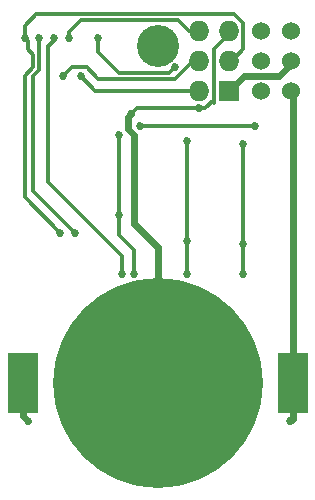
<source format=gbl>
G04 #@! TF.FileFunction,Copper,L2,Bot,Signal*
%FSLAX46Y46*%
G04 Gerber Fmt 4.6, Leading zero omitted, Abs format (unit mm)*
G04 Created by KiCad (PCBNEW (2015-08-15 BZR 6092)-product) date 3/6/2016 8:03:16 PM*
%MOMM*%
G01*
G04 APERTURE LIST*
%ADD10C,0.100000*%
%ADD11O,1.727200X1.727200*%
%ADD12R,1.727200X1.727200*%
%ADD13C,3.556000*%
%ADD14C,17.780000*%
%ADD15R,2.540000X5.080000*%
%ADD16C,1.524000*%
%ADD17C,0.685800*%
%ADD18C,0.304800*%
%ADD19C,0.609600*%
G04 APERTURE END LIST*
D10*
D11*
X187500000Y-88500000D03*
D12*
X190040000Y-88500000D03*
D11*
X187500000Y-85960000D03*
X190040000Y-85960000D03*
X187500000Y-83420000D03*
X190040000Y-83420000D03*
D13*
X184000000Y-84750000D03*
D14*
X184000000Y-113250000D03*
D15*
X195430000Y-113250000D03*
X172570000Y-113250000D03*
D16*
X195270000Y-88540000D03*
X195270000Y-86000000D03*
X195270000Y-83460000D03*
X192730000Y-83460000D03*
X192730000Y-86000000D03*
X192730000Y-88540000D03*
D17*
X187500000Y-90000000D03*
X181750000Y-90500000D03*
X177000000Y-100500000D03*
X174000000Y-84000000D03*
X195250000Y-116500000D03*
X173000000Y-116500000D03*
X181000000Y-104000000D03*
X175250000Y-84000000D03*
X182500000Y-91500000D03*
X192250000Y-91500000D03*
X185500000Y-86500000D03*
X179000000Y-84000000D03*
X177500000Y-87250000D03*
X176000000Y-87250000D03*
X175750000Y-100500000D03*
X172750000Y-84000000D03*
X176500000Y-84000000D03*
X180750000Y-99000000D03*
X180750000Y-92250000D03*
X182000000Y-104000000D03*
X186500000Y-92750000D03*
X186500000Y-101250000D03*
X186500000Y-104000000D03*
X191250000Y-104000000D03*
X191250000Y-93000000D03*
X191250000Y-101500000D03*
D18*
X188750000Y-89250000D02*
X188000000Y-90000000D01*
X182250000Y-90000000D02*
X181750000Y-90500000D01*
X188000000Y-90000000D02*
X187500000Y-90000000D01*
X187500000Y-90000000D02*
X182250000Y-90000000D01*
X190040000Y-83420000D02*
X190040000Y-83710000D01*
X190040000Y-83710000D02*
X188750000Y-85000000D01*
X182000000Y-90250000D02*
X181750000Y-90500000D01*
X188750000Y-85000000D02*
X188750000Y-89250000D01*
X188750000Y-89250000D02*
X188750000Y-89500000D01*
D19*
X184000000Y-101750000D02*
X184000000Y-113250000D01*
X182000000Y-99750000D02*
X184000000Y-101750000D01*
X182000000Y-92250000D02*
X182000000Y-99750000D01*
X181500000Y-91750000D02*
X182000000Y-92250000D01*
X181500000Y-90750000D02*
X181500000Y-91750000D01*
X181750000Y-90500000D02*
X181500000Y-90750000D01*
X184000000Y-114000000D02*
X184000000Y-113250000D01*
X195270000Y-86000000D02*
X195270000Y-86230000D01*
X195270000Y-86230000D02*
X194250000Y-87250000D01*
X194250000Y-87250000D02*
X191290000Y-87250000D01*
X191290000Y-87250000D02*
X190040000Y-88500000D01*
D18*
X173500000Y-87250000D02*
X174000000Y-86750000D01*
X173500000Y-97000000D02*
X173500000Y-87250000D01*
X177000000Y-100500000D02*
X173500000Y-97000000D01*
X174000000Y-84250000D02*
X174000000Y-84000000D01*
X174000000Y-86750000D02*
X174000000Y-84250000D01*
D19*
X172570000Y-113250000D02*
X172570000Y-116070000D01*
X195430000Y-116320000D02*
X195430000Y-113250000D01*
X195250000Y-116500000D02*
X195430000Y-116320000D01*
X172570000Y-116070000D02*
X173000000Y-116500000D01*
X195430000Y-113250000D02*
X195430000Y-88700000D01*
X195430000Y-88700000D02*
X195270000Y-88540000D01*
D18*
X174750000Y-87500000D02*
X174750000Y-84750000D01*
X181000000Y-102500000D02*
X174750000Y-96250000D01*
X174750000Y-96250000D02*
X174750000Y-87500000D01*
X181000000Y-104000000D02*
X181000000Y-102500000D01*
X175250000Y-84250000D02*
X175250000Y-84000000D01*
X174750000Y-84750000D02*
X175250000Y-84250000D01*
X184750000Y-91500000D02*
X182500000Y-91500000D01*
X192250000Y-91500000D02*
X184750000Y-91500000D01*
X184750000Y-91500000D02*
X184250000Y-91500000D01*
X185500000Y-86500000D02*
X185000000Y-87000000D01*
X185000000Y-87000000D02*
X180750000Y-87000000D01*
X180750000Y-87000000D02*
X179000000Y-85250000D01*
X179000000Y-85250000D02*
X179000000Y-84000000D01*
X178750000Y-88500000D02*
X177500000Y-87250000D01*
X187500000Y-88500000D02*
X178750000Y-88500000D01*
X176750000Y-86500000D02*
X176000000Y-87250000D01*
X178000000Y-86500000D02*
X176750000Y-86500000D01*
X179000000Y-87500000D02*
X178000000Y-86500000D01*
X185500000Y-87500000D02*
X179000000Y-87500000D01*
X187040000Y-85960000D02*
X185500000Y-87500000D01*
X187500000Y-85960000D02*
X187040000Y-85960000D01*
X175500000Y-82000000D02*
X173750000Y-82000000D01*
X190500000Y-82000000D02*
X191250000Y-82750000D01*
X191250000Y-82750000D02*
X191250000Y-85000000D01*
X190290000Y-85960000D02*
X191250000Y-85000000D01*
X188000000Y-82000000D02*
X175500000Y-82000000D01*
X188000000Y-82000000D02*
X190500000Y-82000000D01*
X172750000Y-83000000D02*
X172750000Y-84000000D01*
X173750000Y-82000000D02*
X172750000Y-83000000D01*
X172750000Y-87250000D02*
X173500000Y-86500000D01*
X173500000Y-86500000D02*
X173500000Y-85500000D01*
X173500000Y-85500000D02*
X173000000Y-85000000D01*
X173000000Y-85000000D02*
X173000000Y-84250000D01*
X173000000Y-84250000D02*
X172750000Y-84000000D01*
X172750000Y-94000000D02*
X172750000Y-87250000D01*
X172750000Y-97500000D02*
X172750000Y-94000000D01*
X175750000Y-100500000D02*
X172750000Y-97500000D01*
X190290000Y-85960000D02*
X190040000Y-85960000D01*
X190040000Y-85960000D02*
X190040000Y-85790000D01*
X181250000Y-82500000D02*
X177500000Y-82500000D01*
X185750000Y-82500000D02*
X181250000Y-82500000D01*
X186670000Y-83420000D02*
X185750000Y-82500000D01*
X176500000Y-83500000D02*
X176500000Y-84000000D01*
X177500000Y-82500000D02*
X176500000Y-83500000D01*
X187500000Y-83420000D02*
X186670000Y-83420000D01*
X182000000Y-104000000D02*
X182000000Y-102000000D01*
X182000000Y-102000000D02*
X180750000Y-100750000D01*
X180750000Y-100750000D02*
X180750000Y-99000000D01*
X180750000Y-99000000D02*
X180750000Y-92250000D01*
X182000000Y-104000000D02*
X182000000Y-103750000D01*
X186500000Y-101250000D02*
X186500000Y-92750000D01*
X186500000Y-104000000D02*
X186500000Y-101250000D01*
X191250000Y-104000000D02*
X191250000Y-101500000D01*
X191250000Y-101500000D02*
X191250000Y-93000000D01*
M02*

</source>
